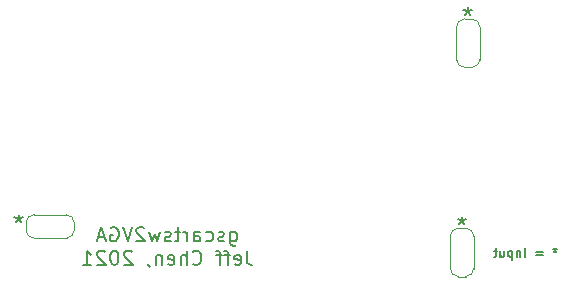
<source format=gbr>
G04 #@! TF.GenerationSoftware,KiCad,Pcbnew,(5.1.10-1-10_14)*
G04 #@! TF.CreationDate,2021-10-13T20:35:27-04:00*
G04 #@! TF.ProjectId,gscartsw2VGA,67736361-7274-4737-9732-5647412e6b69,1*
G04 #@! TF.SameCoordinates,Original*
G04 #@! TF.FileFunction,Legend,Bot*
G04 #@! TF.FilePolarity,Positive*
%FSLAX46Y46*%
G04 Gerber Fmt 4.6, Leading zero omitted, Abs format (unit mm)*
G04 Created by KiCad (PCBNEW (5.1.10-1-10_14)) date 2021-10-13 20:35:27*
%MOMM*%
%LPD*%
G01*
G04 APERTURE LIST*
%ADD10C,0.200000*%
%ADD11C,0.127000*%
%ADD12C,0.120000*%
%ADD13C,0.010000*%
%ADD14C,0.152400*%
%ADD15C,1.801600*%
%ADD16C,4.167600*%
G04 APERTURE END LIST*
D10*
X138084285Y-100802857D02*
X138084285Y-101774285D01*
X138141428Y-101888571D01*
X138198571Y-101945714D01*
X138312857Y-102002857D01*
X138484285Y-102002857D01*
X138598571Y-101945714D01*
X138084285Y-101545714D02*
X138198571Y-101602857D01*
X138427142Y-101602857D01*
X138541428Y-101545714D01*
X138598571Y-101488571D01*
X138655714Y-101374285D01*
X138655714Y-101031428D01*
X138598571Y-100917142D01*
X138541428Y-100860000D01*
X138427142Y-100802857D01*
X138198571Y-100802857D01*
X138084285Y-100860000D01*
X137570000Y-101545714D02*
X137455714Y-101602857D01*
X137227142Y-101602857D01*
X137112857Y-101545714D01*
X137055714Y-101431428D01*
X137055714Y-101374285D01*
X137112857Y-101260000D01*
X137227142Y-101202857D01*
X137398571Y-101202857D01*
X137512857Y-101145714D01*
X137570000Y-101031428D01*
X137570000Y-100974285D01*
X137512857Y-100860000D01*
X137398571Y-100802857D01*
X137227142Y-100802857D01*
X137112857Y-100860000D01*
X136027142Y-101545714D02*
X136141428Y-101602857D01*
X136370000Y-101602857D01*
X136484285Y-101545714D01*
X136541428Y-101488571D01*
X136598571Y-101374285D01*
X136598571Y-101031428D01*
X136541428Y-100917142D01*
X136484285Y-100860000D01*
X136370000Y-100802857D01*
X136141428Y-100802857D01*
X136027142Y-100860000D01*
X134998571Y-101602857D02*
X134998571Y-100974285D01*
X135055714Y-100860000D01*
X135170000Y-100802857D01*
X135398571Y-100802857D01*
X135512857Y-100860000D01*
X134998571Y-101545714D02*
X135112857Y-101602857D01*
X135398571Y-101602857D01*
X135512857Y-101545714D01*
X135570000Y-101431428D01*
X135570000Y-101317142D01*
X135512857Y-101202857D01*
X135398571Y-101145714D01*
X135112857Y-101145714D01*
X134998571Y-101088571D01*
X134427142Y-101602857D02*
X134427142Y-100802857D01*
X134427142Y-101031428D02*
X134370000Y-100917142D01*
X134312857Y-100860000D01*
X134198571Y-100802857D01*
X134084285Y-100802857D01*
X133855714Y-100802857D02*
X133398571Y-100802857D01*
X133684285Y-100402857D02*
X133684285Y-101431428D01*
X133627142Y-101545714D01*
X133512857Y-101602857D01*
X133398571Y-101602857D01*
X133055714Y-101545714D02*
X132941428Y-101602857D01*
X132712857Y-101602857D01*
X132598571Y-101545714D01*
X132541428Y-101431428D01*
X132541428Y-101374285D01*
X132598571Y-101260000D01*
X132712857Y-101202857D01*
X132884285Y-101202857D01*
X132998571Y-101145714D01*
X133055714Y-101031428D01*
X133055714Y-100974285D01*
X132998571Y-100860000D01*
X132884285Y-100802857D01*
X132712857Y-100802857D01*
X132598571Y-100860000D01*
X132141428Y-100802857D02*
X131912857Y-101602857D01*
X131684285Y-101031428D01*
X131455714Y-101602857D01*
X131227142Y-100802857D01*
X130827142Y-100517142D02*
X130770000Y-100460000D01*
X130655714Y-100402857D01*
X130370000Y-100402857D01*
X130255714Y-100460000D01*
X130198571Y-100517142D01*
X130141428Y-100631428D01*
X130141428Y-100745714D01*
X130198571Y-100917142D01*
X130884285Y-101602857D01*
X130141428Y-101602857D01*
X129798571Y-100402857D02*
X129398571Y-101602857D01*
X128998571Y-100402857D01*
X127970000Y-100460000D02*
X128084285Y-100402857D01*
X128255714Y-100402857D01*
X128427142Y-100460000D01*
X128541428Y-100574285D01*
X128598571Y-100688571D01*
X128655714Y-100917142D01*
X128655714Y-101088571D01*
X128598571Y-101317142D01*
X128541428Y-101431428D01*
X128427142Y-101545714D01*
X128255714Y-101602857D01*
X128141428Y-101602857D01*
X127970000Y-101545714D01*
X127912857Y-101488571D01*
X127912857Y-101088571D01*
X128141428Y-101088571D01*
X127455714Y-101260000D02*
X126884285Y-101260000D01*
X127570000Y-101602857D02*
X127170000Y-100402857D01*
X126770000Y-101602857D01*
X139484285Y-102402857D02*
X139484285Y-103260000D01*
X139541428Y-103431428D01*
X139655714Y-103545714D01*
X139827142Y-103602857D01*
X139941428Y-103602857D01*
X138455714Y-103545714D02*
X138570000Y-103602857D01*
X138798571Y-103602857D01*
X138912857Y-103545714D01*
X138970000Y-103431428D01*
X138970000Y-102974285D01*
X138912857Y-102860000D01*
X138798571Y-102802857D01*
X138570000Y-102802857D01*
X138455714Y-102860000D01*
X138398571Y-102974285D01*
X138398571Y-103088571D01*
X138970000Y-103202857D01*
X138055714Y-102802857D02*
X137598571Y-102802857D01*
X137884285Y-103602857D02*
X137884285Y-102574285D01*
X137827142Y-102460000D01*
X137712857Y-102402857D01*
X137598571Y-102402857D01*
X137370000Y-102802857D02*
X136912857Y-102802857D01*
X137198571Y-103602857D02*
X137198571Y-102574285D01*
X137141428Y-102460000D01*
X137027142Y-102402857D01*
X136912857Y-102402857D01*
X134912857Y-103488571D02*
X134970000Y-103545714D01*
X135141428Y-103602857D01*
X135255714Y-103602857D01*
X135427142Y-103545714D01*
X135541428Y-103431428D01*
X135598571Y-103317142D01*
X135655714Y-103088571D01*
X135655714Y-102917142D01*
X135598571Y-102688571D01*
X135541428Y-102574285D01*
X135427142Y-102460000D01*
X135255714Y-102402857D01*
X135141428Y-102402857D01*
X134970000Y-102460000D01*
X134912857Y-102517142D01*
X134398571Y-103602857D02*
X134398571Y-102402857D01*
X133884285Y-103602857D02*
X133884285Y-102974285D01*
X133941428Y-102860000D01*
X134055714Y-102802857D01*
X134227142Y-102802857D01*
X134341428Y-102860000D01*
X134398571Y-102917142D01*
X132855714Y-103545714D02*
X132970000Y-103602857D01*
X133198571Y-103602857D01*
X133312857Y-103545714D01*
X133370000Y-103431428D01*
X133370000Y-102974285D01*
X133312857Y-102860000D01*
X133198571Y-102802857D01*
X132970000Y-102802857D01*
X132855714Y-102860000D01*
X132798571Y-102974285D01*
X132798571Y-103088571D01*
X133370000Y-103202857D01*
X132284285Y-102802857D02*
X132284285Y-103602857D01*
X132284285Y-102917142D02*
X132227142Y-102860000D01*
X132112857Y-102802857D01*
X131941428Y-102802857D01*
X131827142Y-102860000D01*
X131770000Y-102974285D01*
X131770000Y-103602857D01*
X131141428Y-103545714D02*
X131141428Y-103602857D01*
X131198571Y-103717142D01*
X131255714Y-103774285D01*
X129770000Y-102517142D02*
X129712857Y-102460000D01*
X129598571Y-102402857D01*
X129312857Y-102402857D01*
X129198571Y-102460000D01*
X129141428Y-102517142D01*
X129084285Y-102631428D01*
X129084285Y-102745714D01*
X129141428Y-102917142D01*
X129827142Y-103602857D01*
X129084285Y-103602857D01*
X128341428Y-102402857D02*
X128227142Y-102402857D01*
X128112857Y-102460000D01*
X128055714Y-102517142D01*
X127998571Y-102631428D01*
X127941428Y-102860000D01*
X127941428Y-103145714D01*
X127998571Y-103374285D01*
X128055714Y-103488571D01*
X128112857Y-103545714D01*
X128227142Y-103602857D01*
X128341428Y-103602857D01*
X128455714Y-103545714D01*
X128512857Y-103488571D01*
X128570000Y-103374285D01*
X128627142Y-103145714D01*
X128627142Y-102860000D01*
X128570000Y-102631428D01*
X128512857Y-102517142D01*
X128455714Y-102460000D01*
X128341428Y-102402857D01*
X127484285Y-102517142D02*
X127427142Y-102460000D01*
X127312857Y-102402857D01*
X127027142Y-102402857D01*
X126912857Y-102460000D01*
X126855714Y-102517142D01*
X126798571Y-102631428D01*
X126798571Y-102745714D01*
X126855714Y-102917142D01*
X127541428Y-103602857D01*
X126798571Y-103602857D01*
X125655714Y-103602857D02*
X126341428Y-103602857D01*
X125998571Y-103602857D02*
X125998571Y-102402857D01*
X126112857Y-102574285D01*
X126227142Y-102688571D01*
X126341428Y-102745714D01*
D11*
X165595571Y-102162714D02*
X165595571Y-102344142D01*
X165777000Y-102271571D02*
X165595571Y-102344142D01*
X165414142Y-102271571D01*
X165704428Y-102489285D02*
X165595571Y-102344142D01*
X165486714Y-102489285D01*
X164543285Y-102525571D02*
X163962714Y-102525571D01*
X163962714Y-102743285D02*
X164543285Y-102743285D01*
X163019285Y-102924714D02*
X163019285Y-102162714D01*
X162656428Y-102416714D02*
X162656428Y-102924714D01*
X162656428Y-102489285D02*
X162620142Y-102453000D01*
X162547571Y-102416714D01*
X162438714Y-102416714D01*
X162366142Y-102453000D01*
X162329857Y-102525571D01*
X162329857Y-102924714D01*
X161967000Y-102416714D02*
X161967000Y-103178714D01*
X161967000Y-102453000D02*
X161894428Y-102416714D01*
X161749285Y-102416714D01*
X161676714Y-102453000D01*
X161640428Y-102489285D01*
X161604142Y-102561857D01*
X161604142Y-102779571D01*
X161640428Y-102852142D01*
X161676714Y-102888428D01*
X161749285Y-102924714D01*
X161894428Y-102924714D01*
X161967000Y-102888428D01*
X160951000Y-102416714D02*
X160951000Y-102924714D01*
X161277571Y-102416714D02*
X161277571Y-102815857D01*
X161241285Y-102888428D01*
X161168714Y-102924714D01*
X161059857Y-102924714D01*
X160987285Y-102888428D01*
X160951000Y-102852142D01*
X160697000Y-102416714D02*
X160406714Y-102416714D01*
X160588142Y-102162714D02*
X160588142Y-102815857D01*
X160551857Y-102888428D01*
X160479285Y-102924714D01*
X160406714Y-102924714D01*
X158190000Y-81778571D02*
X158190000Y-82135714D01*
X157832857Y-81992857D02*
X158190000Y-82135714D01*
X158547142Y-81992857D01*
X157975714Y-82421428D02*
X158190000Y-82135714D01*
X158404285Y-82421428D01*
X157690000Y-99528571D02*
X157690000Y-99885714D01*
X157332857Y-99742857D02*
X157690000Y-99885714D01*
X158047142Y-99742857D01*
X157475714Y-100171428D02*
X157690000Y-99885714D01*
X157904285Y-100171428D01*
X120170000Y-99368571D02*
X120170000Y-99725714D01*
X119812857Y-99582857D02*
X120170000Y-99725714D01*
X120527142Y-99582857D01*
X119955714Y-100011428D02*
X120170000Y-99725714D01*
X120384285Y-100011428D01*
D12*
X121490000Y-99350000D02*
G75*
G03*
X120790000Y-100050000I0J-700000D01*
G01*
X120790000Y-100650000D02*
G75*
G03*
X121490000Y-101350000I700000J0D01*
G01*
X124190000Y-101350000D02*
G75*
G03*
X124890000Y-100650000I0J700000D01*
G01*
X124890000Y-100050000D02*
G75*
G03*
X124190000Y-99350000I-700000J0D01*
G01*
X124240000Y-99350000D02*
X121440000Y-99350000D01*
X120790000Y-100050000D02*
X120790000Y-100650000D01*
X121440000Y-101350000D02*
X124240000Y-101350000D01*
X124890000Y-100650000D02*
X124890000Y-100050000D01*
X159240000Y-83480000D02*
G75*
G03*
X158540000Y-82780000I-700000J0D01*
G01*
X157940000Y-82780000D02*
G75*
G03*
X157240000Y-83480000I0J-700000D01*
G01*
X157240000Y-86180000D02*
G75*
G03*
X157940000Y-86880000I700000J0D01*
G01*
X158540000Y-86880000D02*
G75*
G03*
X159240000Y-86180000I0J700000D01*
G01*
X159240000Y-86230000D02*
X159240000Y-83430000D01*
X158540000Y-82780000D02*
X157940000Y-82780000D01*
X157240000Y-83430000D02*
X157240000Y-86230000D01*
X157940000Y-86880000D02*
X158540000Y-86880000D01*
X158710000Y-101190000D02*
G75*
G03*
X158010000Y-100490000I-700000J0D01*
G01*
X157410000Y-100490000D02*
G75*
G03*
X156710000Y-101190000I0J-700000D01*
G01*
X156710000Y-103890000D02*
G75*
G03*
X157410000Y-104590000I700000J0D01*
G01*
X158010000Y-104590000D02*
G75*
G03*
X158710000Y-103890000I0J700000D01*
G01*
X158710000Y-103940000D02*
X158710000Y-101140000D01*
X158010000Y-100490000D02*
X157410000Y-100490000D01*
X156710000Y-101140000D02*
X156710000Y-103940000D01*
X157410000Y-104590000D02*
X158010000Y-104590000D01*
%LPC*%
D13*
G36*
X123330000Y-101100000D02*
G01*
X123590000Y-101100000D01*
X123590000Y-99600000D01*
X123330000Y-99600000D01*
X123330000Y-101100000D01*
G37*
X123330000Y-101100000D02*
X123590000Y-101100000D01*
X123590000Y-99600000D01*
X123330000Y-99600000D01*
X123330000Y-101100000D01*
G36*
X122090000Y-101100000D02*
G01*
X122340000Y-101100000D01*
X122340000Y-99600000D01*
X122090000Y-99600000D01*
X122090000Y-101100000D01*
G37*
X122090000Y-101100000D02*
X122340000Y-101100000D01*
X122340000Y-99600000D01*
X122090000Y-99600000D01*
X122090000Y-101100000D01*
G36*
X157490000Y-85320000D02*
G01*
X157490000Y-85580000D01*
X158990000Y-85580000D01*
X158990000Y-85320000D01*
X157490000Y-85320000D01*
G37*
X157490000Y-85320000D02*
X157490000Y-85580000D01*
X158990000Y-85580000D01*
X158990000Y-85320000D01*
X157490000Y-85320000D01*
G36*
X157490000Y-84080000D02*
G01*
X157490000Y-84330000D01*
X158990000Y-84330000D01*
X158990000Y-84080000D01*
X157490000Y-84080000D01*
G37*
X157490000Y-84080000D02*
X157490000Y-84330000D01*
X158990000Y-84330000D01*
X158990000Y-84080000D01*
X157490000Y-84080000D01*
G36*
X156960000Y-103030000D02*
G01*
X156960000Y-103290000D01*
X158460000Y-103290000D01*
X158460000Y-103030000D01*
X156960000Y-103030000D01*
G37*
X156960000Y-103030000D02*
X156960000Y-103290000D01*
X158460000Y-103290000D01*
X158460000Y-103030000D01*
X156960000Y-103030000D01*
G36*
X156960000Y-101790000D02*
G01*
X156960000Y-102040000D01*
X158460000Y-102040000D01*
X158460000Y-101790000D01*
X156960000Y-101790000D01*
G37*
X156960000Y-101790000D02*
X156960000Y-102040000D01*
X158460000Y-102040000D01*
X158460000Y-101790000D01*
X156960000Y-101790000D01*
D14*
G36*
X123580089Y-101149824D02*
G01*
X123570560Y-101146933D01*
X123561777Y-101142239D01*
X123554079Y-101135921D01*
X123547761Y-101128223D01*
X123543067Y-101119440D01*
X123540176Y-101109911D01*
X123539200Y-101100000D01*
X123539200Y-99600000D01*
X123540176Y-99590089D01*
X123543067Y-99580560D01*
X123547761Y-99571777D01*
X123554079Y-99564079D01*
X123561777Y-99557761D01*
X123570560Y-99553067D01*
X123580089Y-99550176D01*
X123590000Y-99549200D01*
X124140000Y-99549200D01*
X124146113Y-99549802D01*
X124164534Y-99549802D01*
X124169514Y-99550047D01*
X124218345Y-99554857D01*
X124223275Y-99555588D01*
X124271400Y-99565160D01*
X124276237Y-99566372D01*
X124323192Y-99580616D01*
X124327885Y-99582295D01*
X124373218Y-99601072D01*
X124377726Y-99603204D01*
X124420999Y-99626335D01*
X124425273Y-99628897D01*
X124466072Y-99656157D01*
X124470077Y-99659127D01*
X124508006Y-99690255D01*
X124511700Y-99693603D01*
X124546397Y-99728300D01*
X124549745Y-99731994D01*
X124580873Y-99769923D01*
X124583843Y-99773928D01*
X124611103Y-99814727D01*
X124613665Y-99819001D01*
X124636796Y-99862274D01*
X124638928Y-99866782D01*
X124657705Y-99912115D01*
X124659384Y-99916808D01*
X124673628Y-99963763D01*
X124674840Y-99968600D01*
X124684412Y-100016725D01*
X124685143Y-100021655D01*
X124689953Y-100070486D01*
X124690198Y-100075466D01*
X124690198Y-100093887D01*
X124690800Y-100100000D01*
X124690800Y-100600000D01*
X124690198Y-100606113D01*
X124690198Y-100624534D01*
X124689953Y-100629514D01*
X124685143Y-100678345D01*
X124684412Y-100683275D01*
X124674840Y-100731400D01*
X124673628Y-100736237D01*
X124659384Y-100783192D01*
X124657705Y-100787885D01*
X124638928Y-100833218D01*
X124636796Y-100837726D01*
X124613665Y-100880999D01*
X124611103Y-100885273D01*
X124583843Y-100926072D01*
X124580873Y-100930077D01*
X124549745Y-100968006D01*
X124546397Y-100971700D01*
X124511700Y-101006397D01*
X124508006Y-101009745D01*
X124470077Y-101040873D01*
X124466072Y-101043843D01*
X124425273Y-101071103D01*
X124420999Y-101073665D01*
X124377726Y-101096796D01*
X124373218Y-101098928D01*
X124327885Y-101117705D01*
X124323192Y-101119384D01*
X124276237Y-101133628D01*
X124271400Y-101134840D01*
X124223275Y-101144412D01*
X124218345Y-101145143D01*
X124169514Y-101149953D01*
X124164534Y-101150198D01*
X124146113Y-101150198D01*
X124140000Y-101150800D01*
X123590000Y-101150800D01*
X123580089Y-101149824D01*
G37*
G36*
X121533887Y-101150198D02*
G01*
X121515466Y-101150198D01*
X121510486Y-101149953D01*
X121461655Y-101145143D01*
X121456725Y-101144412D01*
X121408600Y-101134840D01*
X121403763Y-101133628D01*
X121356808Y-101119384D01*
X121352115Y-101117705D01*
X121306782Y-101098928D01*
X121302274Y-101096796D01*
X121259001Y-101073665D01*
X121254727Y-101071103D01*
X121213928Y-101043843D01*
X121209923Y-101040873D01*
X121171994Y-101009745D01*
X121168300Y-101006397D01*
X121133603Y-100971700D01*
X121130255Y-100968006D01*
X121099127Y-100930077D01*
X121096157Y-100926072D01*
X121068897Y-100885273D01*
X121066335Y-100880999D01*
X121043204Y-100837726D01*
X121041072Y-100833218D01*
X121022295Y-100787885D01*
X121020616Y-100783192D01*
X121006372Y-100736237D01*
X121005160Y-100731400D01*
X120995588Y-100683275D01*
X120994857Y-100678345D01*
X120990047Y-100629514D01*
X120989802Y-100624534D01*
X120989802Y-100606113D01*
X120989200Y-100600000D01*
X120989200Y-100100000D01*
X120989802Y-100093887D01*
X120989802Y-100075466D01*
X120990047Y-100070486D01*
X120994857Y-100021655D01*
X120995588Y-100016725D01*
X121005160Y-99968600D01*
X121006372Y-99963763D01*
X121020616Y-99916808D01*
X121022295Y-99912115D01*
X121041072Y-99866782D01*
X121043204Y-99862274D01*
X121066335Y-99819001D01*
X121068897Y-99814727D01*
X121096157Y-99773928D01*
X121099127Y-99769923D01*
X121130255Y-99731994D01*
X121133603Y-99728300D01*
X121168300Y-99693603D01*
X121171994Y-99690255D01*
X121209923Y-99659127D01*
X121213928Y-99656157D01*
X121254727Y-99628897D01*
X121259001Y-99626335D01*
X121302274Y-99603204D01*
X121306782Y-99601072D01*
X121352115Y-99582295D01*
X121356808Y-99580616D01*
X121403763Y-99566372D01*
X121408600Y-99565160D01*
X121456725Y-99555588D01*
X121461655Y-99554857D01*
X121510486Y-99550047D01*
X121515466Y-99549802D01*
X121533887Y-99549802D01*
X121540000Y-99549200D01*
X122090000Y-99549200D01*
X122099911Y-99550176D01*
X122109440Y-99553067D01*
X122118223Y-99557761D01*
X122125921Y-99564079D01*
X122132239Y-99571777D01*
X122136933Y-99580560D01*
X122139824Y-99590089D01*
X122140800Y-99600000D01*
X122140800Y-101100000D01*
X122139824Y-101109911D01*
X122136933Y-101119440D01*
X122132239Y-101128223D01*
X122125921Y-101135921D01*
X122118223Y-101142239D01*
X122109440Y-101146933D01*
X122099911Y-101149824D01*
X122090000Y-101150800D01*
X121540000Y-101150800D01*
X121533887Y-101150198D01*
G37*
G36*
G01*
X123390800Y-99600000D02*
X123390800Y-101100000D01*
G75*
G02*
X123340000Y-101150800I-50800J0D01*
G01*
X122340000Y-101150800D01*
G75*
G02*
X122289200Y-101100000I0J50800D01*
G01*
X122289200Y-99600000D01*
G75*
G02*
X122340000Y-99549200I50800J0D01*
G01*
X123340000Y-99549200D01*
G75*
G02*
X123390800Y-99600000I0J-50800D01*
G01*
G37*
G36*
X157440176Y-85570089D02*
G01*
X157443067Y-85560560D01*
X157447761Y-85551777D01*
X157454079Y-85544079D01*
X157461777Y-85537761D01*
X157470560Y-85533067D01*
X157480089Y-85530176D01*
X157490000Y-85529200D01*
X158990000Y-85529200D01*
X158999911Y-85530176D01*
X159009440Y-85533067D01*
X159018223Y-85537761D01*
X159025921Y-85544079D01*
X159032239Y-85551777D01*
X159036933Y-85560560D01*
X159039824Y-85570089D01*
X159040800Y-85580000D01*
X159040800Y-86130000D01*
X159040198Y-86136113D01*
X159040198Y-86154534D01*
X159039953Y-86159514D01*
X159035143Y-86208345D01*
X159034412Y-86213275D01*
X159024840Y-86261400D01*
X159023628Y-86266237D01*
X159009384Y-86313192D01*
X159007705Y-86317885D01*
X158988928Y-86363218D01*
X158986796Y-86367726D01*
X158963665Y-86410999D01*
X158961103Y-86415273D01*
X158933843Y-86456072D01*
X158930873Y-86460077D01*
X158899745Y-86498006D01*
X158896397Y-86501700D01*
X158861700Y-86536397D01*
X158858006Y-86539745D01*
X158820077Y-86570873D01*
X158816072Y-86573843D01*
X158775273Y-86601103D01*
X158770999Y-86603665D01*
X158727726Y-86626796D01*
X158723218Y-86628928D01*
X158677885Y-86647705D01*
X158673192Y-86649384D01*
X158626237Y-86663628D01*
X158621400Y-86664840D01*
X158573275Y-86674412D01*
X158568345Y-86675143D01*
X158519514Y-86679953D01*
X158514534Y-86680198D01*
X158496113Y-86680198D01*
X158490000Y-86680800D01*
X157990000Y-86680800D01*
X157983887Y-86680198D01*
X157965466Y-86680198D01*
X157960486Y-86679953D01*
X157911655Y-86675143D01*
X157906725Y-86674412D01*
X157858600Y-86664840D01*
X157853763Y-86663628D01*
X157806808Y-86649384D01*
X157802115Y-86647705D01*
X157756782Y-86628928D01*
X157752274Y-86626796D01*
X157709001Y-86603665D01*
X157704727Y-86601103D01*
X157663928Y-86573843D01*
X157659923Y-86570873D01*
X157621994Y-86539745D01*
X157618300Y-86536397D01*
X157583603Y-86501700D01*
X157580255Y-86498006D01*
X157549127Y-86460077D01*
X157546157Y-86456072D01*
X157518897Y-86415273D01*
X157516335Y-86410999D01*
X157493204Y-86367726D01*
X157491072Y-86363218D01*
X157472295Y-86317885D01*
X157470616Y-86313192D01*
X157456372Y-86266237D01*
X157455160Y-86261400D01*
X157445588Y-86213275D01*
X157444857Y-86208345D01*
X157440047Y-86159514D01*
X157439802Y-86154534D01*
X157439802Y-86136113D01*
X157439200Y-86130000D01*
X157439200Y-85580000D01*
X157440176Y-85570089D01*
G37*
G36*
X157439802Y-83523887D02*
G01*
X157439802Y-83505466D01*
X157440047Y-83500486D01*
X157444857Y-83451655D01*
X157445588Y-83446725D01*
X157455160Y-83398600D01*
X157456372Y-83393763D01*
X157470616Y-83346808D01*
X157472295Y-83342115D01*
X157491072Y-83296782D01*
X157493204Y-83292274D01*
X157516335Y-83249001D01*
X157518897Y-83244727D01*
X157546157Y-83203928D01*
X157549127Y-83199923D01*
X157580255Y-83161994D01*
X157583603Y-83158300D01*
X157618300Y-83123603D01*
X157621994Y-83120255D01*
X157659923Y-83089127D01*
X157663928Y-83086157D01*
X157704727Y-83058897D01*
X157709001Y-83056335D01*
X157752274Y-83033204D01*
X157756782Y-83031072D01*
X157802115Y-83012295D01*
X157806808Y-83010616D01*
X157853763Y-82996372D01*
X157858600Y-82995160D01*
X157906725Y-82985588D01*
X157911655Y-82984857D01*
X157960486Y-82980047D01*
X157965466Y-82979802D01*
X157983887Y-82979802D01*
X157990000Y-82979200D01*
X158490000Y-82979200D01*
X158496113Y-82979802D01*
X158514534Y-82979802D01*
X158519514Y-82980047D01*
X158568345Y-82984857D01*
X158573275Y-82985588D01*
X158621400Y-82995160D01*
X158626237Y-82996372D01*
X158673192Y-83010616D01*
X158677885Y-83012295D01*
X158723218Y-83031072D01*
X158727726Y-83033204D01*
X158770999Y-83056335D01*
X158775273Y-83058897D01*
X158816072Y-83086157D01*
X158820077Y-83089127D01*
X158858006Y-83120255D01*
X158861700Y-83123603D01*
X158896397Y-83158300D01*
X158899745Y-83161994D01*
X158930873Y-83199923D01*
X158933843Y-83203928D01*
X158961103Y-83244727D01*
X158963665Y-83249001D01*
X158986796Y-83292274D01*
X158988928Y-83296782D01*
X159007705Y-83342115D01*
X159009384Y-83346808D01*
X159023628Y-83393763D01*
X159024840Y-83398600D01*
X159034412Y-83446725D01*
X159035143Y-83451655D01*
X159039953Y-83500486D01*
X159040198Y-83505466D01*
X159040198Y-83523887D01*
X159040800Y-83530000D01*
X159040800Y-84080000D01*
X159039824Y-84089911D01*
X159036933Y-84099440D01*
X159032239Y-84108223D01*
X159025921Y-84115921D01*
X159018223Y-84122239D01*
X159009440Y-84126933D01*
X158999911Y-84129824D01*
X158990000Y-84130800D01*
X157490000Y-84130800D01*
X157480089Y-84129824D01*
X157470560Y-84126933D01*
X157461777Y-84122239D01*
X157454079Y-84115921D01*
X157447761Y-84108223D01*
X157443067Y-84099440D01*
X157440176Y-84089911D01*
X157439200Y-84080000D01*
X157439200Y-83530000D01*
X157439802Y-83523887D01*
G37*
G36*
G01*
X158990000Y-85380800D02*
X157490000Y-85380800D01*
G75*
G02*
X157439200Y-85330000I0J50800D01*
G01*
X157439200Y-84330000D01*
G75*
G02*
X157490000Y-84279200I50800J0D01*
G01*
X158990000Y-84279200D01*
G75*
G02*
X159040800Y-84330000I0J-50800D01*
G01*
X159040800Y-85330000D01*
G75*
G02*
X158990000Y-85380800I-50800J0D01*
G01*
G37*
G36*
X156910176Y-103280089D02*
G01*
X156913067Y-103270560D01*
X156917761Y-103261777D01*
X156924079Y-103254079D01*
X156931777Y-103247761D01*
X156940560Y-103243067D01*
X156950089Y-103240176D01*
X156960000Y-103239200D01*
X158460000Y-103239200D01*
X158469911Y-103240176D01*
X158479440Y-103243067D01*
X158488223Y-103247761D01*
X158495921Y-103254079D01*
X158502239Y-103261777D01*
X158506933Y-103270560D01*
X158509824Y-103280089D01*
X158510800Y-103290000D01*
X158510800Y-103840000D01*
X158510198Y-103846113D01*
X158510198Y-103864534D01*
X158509953Y-103869514D01*
X158505143Y-103918345D01*
X158504412Y-103923275D01*
X158494840Y-103971400D01*
X158493628Y-103976237D01*
X158479384Y-104023192D01*
X158477705Y-104027885D01*
X158458928Y-104073218D01*
X158456796Y-104077726D01*
X158433665Y-104120999D01*
X158431103Y-104125273D01*
X158403843Y-104166072D01*
X158400873Y-104170077D01*
X158369745Y-104208006D01*
X158366397Y-104211700D01*
X158331700Y-104246397D01*
X158328006Y-104249745D01*
X158290077Y-104280873D01*
X158286072Y-104283843D01*
X158245273Y-104311103D01*
X158240999Y-104313665D01*
X158197726Y-104336796D01*
X158193218Y-104338928D01*
X158147885Y-104357705D01*
X158143192Y-104359384D01*
X158096237Y-104373628D01*
X158091400Y-104374840D01*
X158043275Y-104384412D01*
X158038345Y-104385143D01*
X157989514Y-104389953D01*
X157984534Y-104390198D01*
X157966113Y-104390198D01*
X157960000Y-104390800D01*
X157460000Y-104390800D01*
X157453887Y-104390198D01*
X157435466Y-104390198D01*
X157430486Y-104389953D01*
X157381655Y-104385143D01*
X157376725Y-104384412D01*
X157328600Y-104374840D01*
X157323763Y-104373628D01*
X157276808Y-104359384D01*
X157272115Y-104357705D01*
X157226782Y-104338928D01*
X157222274Y-104336796D01*
X157179001Y-104313665D01*
X157174727Y-104311103D01*
X157133928Y-104283843D01*
X157129923Y-104280873D01*
X157091994Y-104249745D01*
X157088300Y-104246397D01*
X157053603Y-104211700D01*
X157050255Y-104208006D01*
X157019127Y-104170077D01*
X157016157Y-104166072D01*
X156988897Y-104125273D01*
X156986335Y-104120999D01*
X156963204Y-104077726D01*
X156961072Y-104073218D01*
X156942295Y-104027885D01*
X156940616Y-104023192D01*
X156926372Y-103976237D01*
X156925160Y-103971400D01*
X156915588Y-103923275D01*
X156914857Y-103918345D01*
X156910047Y-103869514D01*
X156909802Y-103864534D01*
X156909802Y-103846113D01*
X156909200Y-103840000D01*
X156909200Y-103290000D01*
X156910176Y-103280089D01*
G37*
G36*
X156909802Y-101233887D02*
G01*
X156909802Y-101215466D01*
X156910047Y-101210486D01*
X156914857Y-101161655D01*
X156915588Y-101156725D01*
X156925160Y-101108600D01*
X156926372Y-101103763D01*
X156940616Y-101056808D01*
X156942295Y-101052115D01*
X156961072Y-101006782D01*
X156963204Y-101002274D01*
X156986335Y-100959001D01*
X156988897Y-100954727D01*
X157016157Y-100913928D01*
X157019127Y-100909923D01*
X157050255Y-100871994D01*
X157053603Y-100868300D01*
X157088300Y-100833603D01*
X157091994Y-100830255D01*
X157129923Y-100799127D01*
X157133928Y-100796157D01*
X157174727Y-100768897D01*
X157179001Y-100766335D01*
X157222274Y-100743204D01*
X157226782Y-100741072D01*
X157272115Y-100722295D01*
X157276808Y-100720616D01*
X157323763Y-100706372D01*
X157328600Y-100705160D01*
X157376725Y-100695588D01*
X157381655Y-100694857D01*
X157430486Y-100690047D01*
X157435466Y-100689802D01*
X157453887Y-100689802D01*
X157460000Y-100689200D01*
X157960000Y-100689200D01*
X157966113Y-100689802D01*
X157984534Y-100689802D01*
X157989514Y-100690047D01*
X158038345Y-100694857D01*
X158043275Y-100695588D01*
X158091400Y-100705160D01*
X158096237Y-100706372D01*
X158143192Y-100720616D01*
X158147885Y-100722295D01*
X158193218Y-100741072D01*
X158197726Y-100743204D01*
X158240999Y-100766335D01*
X158245273Y-100768897D01*
X158286072Y-100796157D01*
X158290077Y-100799127D01*
X158328006Y-100830255D01*
X158331700Y-100833603D01*
X158366397Y-100868300D01*
X158369745Y-100871994D01*
X158400873Y-100909923D01*
X158403843Y-100913928D01*
X158431103Y-100954727D01*
X158433665Y-100959001D01*
X158456796Y-101002274D01*
X158458928Y-101006782D01*
X158477705Y-101052115D01*
X158479384Y-101056808D01*
X158493628Y-101103763D01*
X158494840Y-101108600D01*
X158504412Y-101156725D01*
X158505143Y-101161655D01*
X158509953Y-101210486D01*
X158510198Y-101215466D01*
X158510198Y-101233887D01*
X158510800Y-101240000D01*
X158510800Y-101790000D01*
X158509824Y-101799911D01*
X158506933Y-101809440D01*
X158502239Y-101818223D01*
X158495921Y-101825921D01*
X158488223Y-101832239D01*
X158479440Y-101836933D01*
X158469911Y-101839824D01*
X158460000Y-101840800D01*
X156960000Y-101840800D01*
X156950089Y-101839824D01*
X156940560Y-101836933D01*
X156931777Y-101832239D01*
X156924079Y-101825921D01*
X156917761Y-101818223D01*
X156913067Y-101809440D01*
X156910176Y-101799911D01*
X156909200Y-101790000D01*
X156909200Y-101240000D01*
X156909802Y-101233887D01*
G37*
G36*
G01*
X158460000Y-103090800D02*
X156960000Y-103090800D01*
G75*
G02*
X156909200Y-103040000I0J50800D01*
G01*
X156909200Y-102040000D01*
G75*
G02*
X156960000Y-101989200I50800J0D01*
G01*
X158460000Y-101989200D01*
G75*
G02*
X158510800Y-102040000I0J-50800D01*
G01*
X158510800Y-103040000D01*
G75*
G02*
X158460000Y-103090800I-50800J0D01*
G01*
G37*
D15*
X164130000Y-98345000D03*
X164130000Y-96055000D03*
X164130000Y-93765000D03*
X164130000Y-91475000D03*
X164130000Y-89185000D03*
X162150000Y-97200000D03*
X162150000Y-94910000D03*
X162150000Y-92620000D03*
X162150000Y-90330000D03*
X162150000Y-88040000D03*
X160170000Y-98345000D03*
X160170000Y-96055000D03*
X160170000Y-93765000D03*
X160170000Y-91475000D03*
D16*
X162150000Y-106260000D03*
X162150000Y-81270000D03*
G36*
G01*
X159320000Y-88284200D02*
X161020000Y-88284200D01*
G75*
G02*
X161070800Y-88335000I0J-50800D01*
G01*
X161070800Y-90035000D01*
G75*
G02*
X161020000Y-90085800I-50800J0D01*
G01*
X159320000Y-90085800D01*
G75*
G02*
X159269200Y-90035000I0J50800D01*
G01*
X159269200Y-88335000D01*
G75*
G02*
X159320000Y-88284200I50800J0D01*
G01*
G37*
G36*
G01*
X150992524Y-105321881D02*
X150992524Y-102321881D01*
G75*
G02*
X151043324Y-102271081I50800J0D01*
G01*
X153043324Y-102271081D01*
G75*
G02*
X153094124Y-102321881I0J-50800D01*
G01*
X153094124Y-105321881D01*
G75*
G02*
X153043324Y-105372681I-50800J0D01*
G01*
X151043324Y-105372681D01*
G75*
G02*
X150992524Y-105321881I0J50800D01*
G01*
G37*
G36*
G01*
X147192524Y-105321881D02*
X147192524Y-102321881D01*
G75*
G02*
X147243324Y-102271081I50800J0D01*
G01*
X149243324Y-102271081D01*
G75*
G02*
X149294124Y-102321881I0J-50800D01*
G01*
X149294124Y-105321881D01*
G75*
G02*
X149243324Y-105372681I-50800J0D01*
G01*
X147243324Y-105372681D01*
G75*
G02*
X147192524Y-105321881I0J50800D01*
G01*
G37*
G36*
G01*
X143392524Y-105321881D02*
X143392524Y-102321881D01*
G75*
G02*
X143443324Y-102271081I50800J0D01*
G01*
X145443324Y-102271081D01*
G75*
G02*
X145494124Y-102321881I0J-50800D01*
G01*
X145494124Y-105321881D01*
G75*
G02*
X145443324Y-105372681I-50800J0D01*
G01*
X143443324Y-105372681D01*
G75*
G02*
X143392524Y-105321881I0J50800D01*
G01*
G37*
G36*
G01*
X120592524Y-105321881D02*
X120592524Y-102321881D01*
G75*
G02*
X120643324Y-102271081I50800J0D01*
G01*
X122643324Y-102271081D01*
G75*
G02*
X122694124Y-102321881I0J-50800D01*
G01*
X122694124Y-105321881D01*
G75*
G02*
X122643324Y-105372681I-50800J0D01*
G01*
X120643324Y-105372681D01*
G75*
G02*
X120592524Y-105321881I0J50800D01*
G01*
G37*
G36*
G01*
X116792524Y-105321881D02*
X116792524Y-102321881D01*
G75*
G02*
X116843324Y-102271081I50800J0D01*
G01*
X118843324Y-102271081D01*
G75*
G02*
X118894124Y-102321881I0J-50800D01*
G01*
X118894124Y-105321881D01*
G75*
G02*
X118843324Y-105372681I-50800J0D01*
G01*
X116843324Y-105372681D01*
G75*
G02*
X116792524Y-105321881I0J50800D01*
G01*
G37*
M02*

</source>
